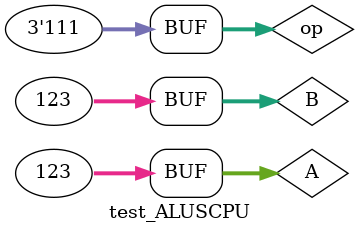
<source format=v>
`timescale 1ns / 1ps


module test_ALUSCPU;

	// Inputs
	reg [31:0] A;
	reg [31:0] B;
	reg [2:0] op;

	// Outputs
	wire [31:0] C;
	wire zero;

	// Instantiate the Unit Under Test (UUT)
	ALUSCPU uut (
		.A(A), 
		.B(B), 
		.op(op), 
		.C(C), 
		.zero(zero)
	);

	initial begin
		// Initialize Inputs
		A = 123;
		B = 456;
		op = 0;

		// Wait 100 ns for global reset to finish
		#100;
      op=1;
		#100;
		op=2;
		#100;
		op=3;
		#100;
		op=4;
		#100;
		op=6;
		#100;
		op=7;
		#100;
		B=123;
		op=6;
		#100;
		op=7;
		#100;
		// Add stimulus here

	end
      
endmodule


</source>
